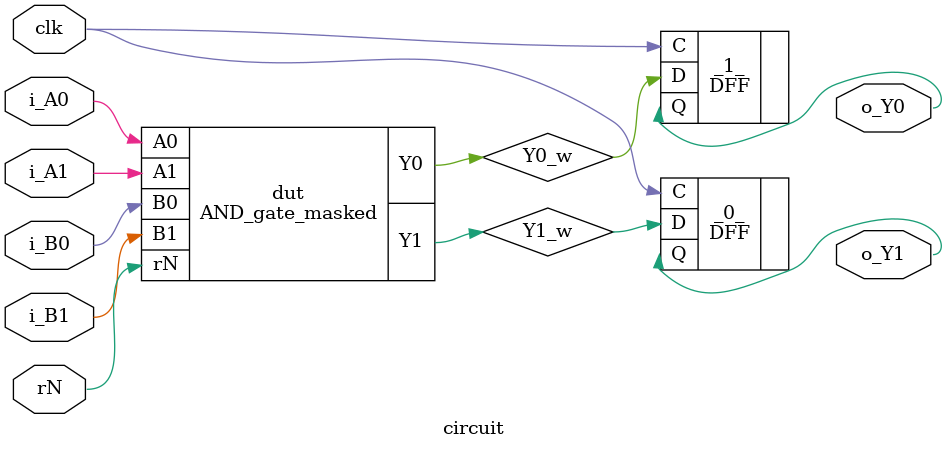
<source format=v>
/* Generated by Yosys 0.9 (git sha1 1979e0b) */

module AND_gate_masked(A0, A1, B0, B1, rN, Y0, Y1);
  wire _0_;
  wire _1_;
  input A0;
  input A1;
  input B0;
  input B1;
  output Y0;
  output Y1;
  wire p00;
  wire p01;
  wire p10;
  wire p11;
  input rN;
  assign p00 = A0 & B0;
  assign p01 = A0 & B1;
  assign p10 = A1 & B0;
  assign p11 = A1 & B1;
  assign _0_ = p00 ^ p01;
  assign Y0 = _0_ ^ rN;
  assign _1_ = p11 ^ p10;
  assign Y1 = _1_ ^ rN;
endmodule

module circuit(clk, i_A0, i_A1, i_B0, i_B1, rN, o_Y0, o_Y1);
  wire Y0_w;
  wire Y1_w;
  input clk;
  input i_A0;
  input i_A1;
  input i_B0;
  input i_B1;
  output o_Y0;
  output o_Y1;
  input rN;
  DFF _0_ (
    .C(clk),
    .D(Y1_w),
    .Q(o_Y1)
  );
  DFF _1_ (
    .C(clk),
    .D(Y0_w),
    .Q(o_Y0)
  );
  AND_gate_masked dut (
    .A0(i_A0),
    .A1(i_A1),
    .B0(i_B0),
    .B1(i_B1),
    .Y0(Y0_w),
    .Y1(Y1_w),
    .rN(rN)
  );
endmodule

</source>
